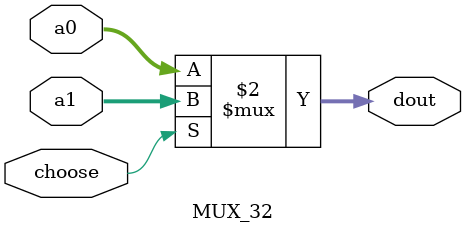
<source format=v>
`timescale 1ns / 1ps


module MUX_32(
    input   [31:0]a0,
    input   [31:0]a1,
    input   choose,
    output  [31:0]dout
    );

    assign dout = (choose==1'b0) ? a0 : a1;
endmodule

</source>
